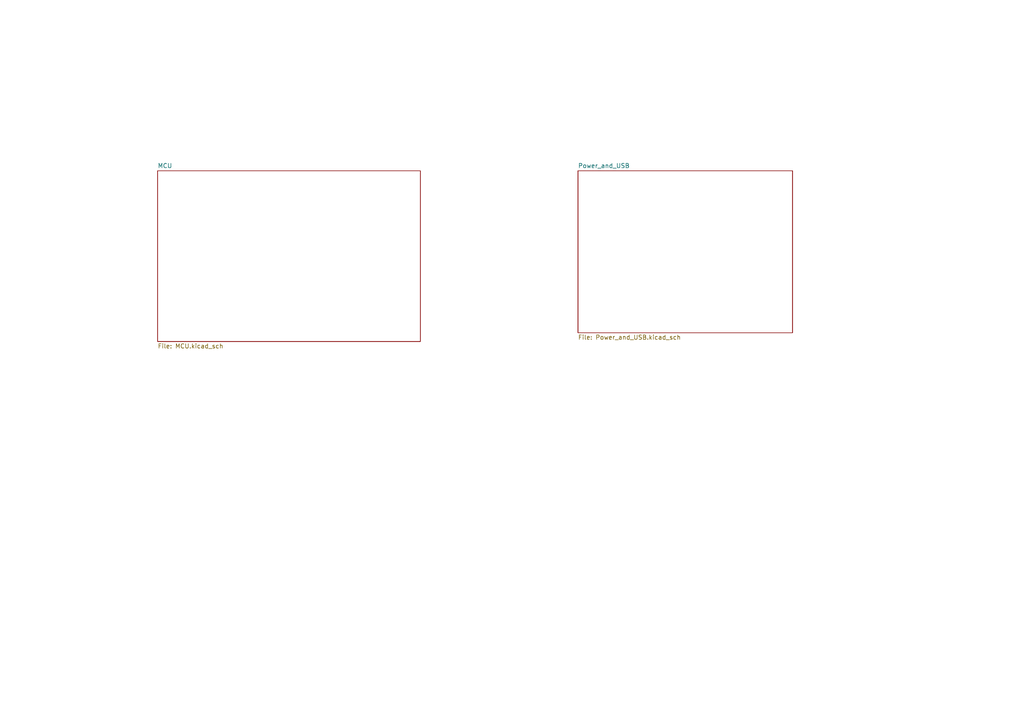
<source format=kicad_sch>
(kicad_sch
	(version 20231120)
	(generator "eeschema")
	(generator_version "8.0")
	(uuid "6eec0a00-b981-436b-840a-545380f4549d")
	(paper "A4")
	(lib_symbols)
	(sheet
		(at 167.64 49.53)
		(size 62.23 46.99)
		(fields_autoplaced yes)
		(stroke
			(width 0.1524)
			(type solid)
		)
		(fill
			(color 0 0 0 0.0000)
		)
		(uuid "9066b10f-e31c-44bf-bdb8-540791662959")
		(property "Sheetname" "Power_and_USB"
			(at 167.64 48.8184 0)
			(effects
				(font
					(size 1.27 1.27)
				)
				(justify left bottom)
			)
		)
		(property "Sheetfile" "Power_and_USB.kicad_sch"
			(at 167.64 97.1046 0)
			(effects
				(font
					(size 1.27 1.27)
				)
				(justify left top)
			)
		)
		(instances
			(project "BluePill"
				(path "/6eec0a00-b981-436b-840a-545380f4549d"
					(page "3")
				)
			)
		)
	)
	(sheet
		(at 45.72 49.53)
		(size 76.2 49.53)
		(fields_autoplaced yes)
		(stroke
			(width 0.1524)
			(type solid)
		)
		(fill
			(color 0 0 0 0.0000)
		)
		(uuid "e93b1517-db6c-4b41-8c93-0ea925ca1ec1")
		(property "Sheetname" "MCU"
			(at 45.72 48.8184 0)
			(effects
				(font
					(size 1.27 1.27)
				)
				(justify left bottom)
			)
		)
		(property "Sheetfile" "MCU.kicad_sch"
			(at 45.72 99.6446 0)
			(effects
				(font
					(size 1.27 1.27)
				)
				(justify left top)
			)
		)
		(instances
			(project "BluePill"
				(path "/6eec0a00-b981-436b-840a-545380f4549d"
					(page "2")
				)
			)
		)
	)
	(sheet_instances
		(path "/"
			(page "1")
		)
	)
)

</source>
